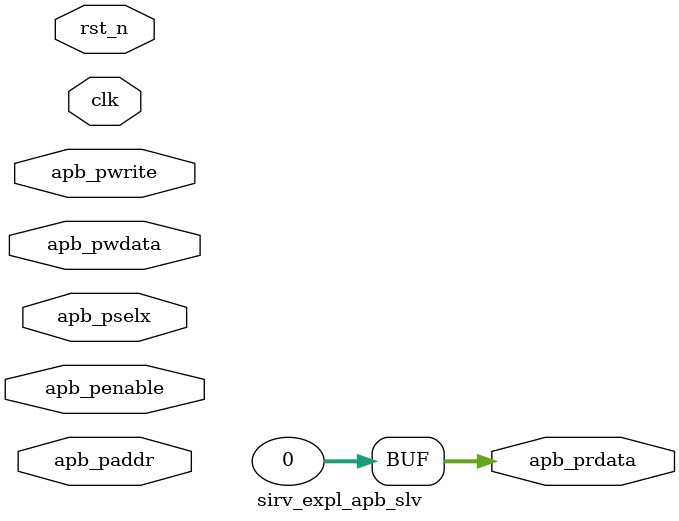
<source format=v>
 /*                                                                      
 Copyright 2017 Silicon Integrated Microelectronics, Inc.                
                                                                         
 Licensed under the Apache License, Version 2.0 (the "License");         
 you may not use this file except in compliance with the License.        
 You may obtain a copy of the License at                                 
                                                                         
     http://www.apache.org/licenses/LICENSE-2.0                          
                                                                         
  Unless required by applicable law or agreed to in writing, software    
 distributed under the License is distributed on an "AS IS" BASIS,       
 WITHOUT WARRANTIES OR CONDITIONS OF ANY KIND, either express or implied.
 See the License for the specific language governing permissions and     
 limitations under the License.                                          
 */                                                                      
                                                                         
                                                                         
                                                                         
//=====================================================================
//--        _______   ___
//--       (   ____/ /__/
//--        \ \     __
//--     ____\ \   / /
//--    /_______\ /_/   MICROELECTRONICS
//--
//=====================================================================
//
// Designer   : Bob Hu
//
// Description:
//  The top module of the example APB slave
//
// ====================================================================
module sirv_expl_apb_slv #(
    parameter AW = 32,
    parameter DW = 32 
)(
  input  [AW-1:0] apb_paddr,
  input           apb_pwrite,
  input           apb_pselx,
  input           apb_penable,
  input  [DW-1:0] apb_pwdata,
  output [DW-1:0] apb_prdata,

  input  clk,  
  input  rst_n
);

  assign apb_prdata = {DW{1'b0}};

endmodule

</source>
